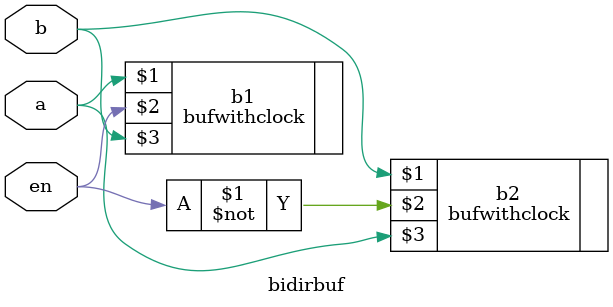
<source format=v>
`timescale 1ns / 1ps


module bidirbuf(
    inout a,
    inout b,
    input en
    );
    bufwithclock b1(a,en,b);
    bufwithclock b2(b,~en,a);
endmodule

</source>
